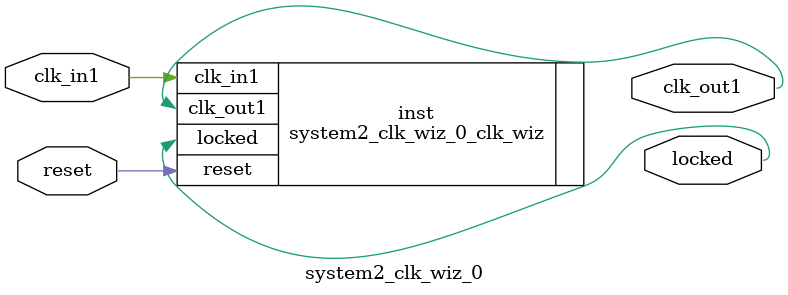
<source format=v>


`timescale 1ps/1ps

(* CORE_GENERATION_INFO = "system2_clk_wiz_0,clk_wiz_v6_0_5_0_0,{component_name=system2_clk_wiz_0,use_phase_alignment=false,use_min_o_jitter=false,use_max_i_jitter=false,use_dyn_phase_shift=false,use_inclk_switchover=false,use_dyn_reconfig=false,enable_axi=0,feedback_source=FDBK_AUTO,PRIMITIVE=MMCM,num_out_clk=1,clkin1_period=10.000,clkin2_period=10.000,use_power_down=false,use_reset=true,use_locked=true,use_inclk_stopped=false,feedback_type=SINGLE,CLOCK_MGR_TYPE=NA,manual_override=false}" *)

module system2_clk_wiz_0 
 (
  // Clock out ports
  output        clk_out1,
  // Status and control signals
  input         reset,
  output        locked,
 // Clock in ports
  input         clk_in1
 );

  system2_clk_wiz_0_clk_wiz inst
  (
  // Clock out ports  
  .clk_out1(clk_out1),
  // Status and control signals               
  .reset(reset), 
  .locked(locked),
 // Clock in ports
  .clk_in1(clk_in1)
  );

endmodule

</source>
